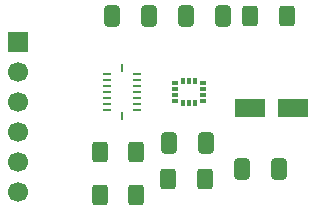
<source format=gbr>
%TF.GenerationSoftware,KiCad,Pcbnew,9.0.6*%
%TF.CreationDate,2026-01-18T05:45:19-03:00*%
%TF.ProjectId,dual IMU_moduleV2,6475616c-2049-44d5-955f-6d6f64756c65,rev?*%
%TF.SameCoordinates,Original*%
%TF.FileFunction,Soldermask,Top*%
%TF.FilePolarity,Negative*%
%FSLAX46Y46*%
G04 Gerber Fmt 4.6, Leading zero omitted, Abs format (unit mm)*
G04 Created by KiCad (PCBNEW 9.0.6) date 2026-01-18 05:45:19*
%MOMM*%
%LPD*%
G01*
G04 APERTURE LIST*
G04 Aperture macros list*
%AMRoundRect*
0 Rectangle with rounded corners*
0 $1 Rounding radius*
0 $2 $3 $4 $5 $6 $7 $8 $9 X,Y pos of 4 corners*
0 Add a 4 corners polygon primitive as box body*
4,1,4,$2,$3,$4,$5,$6,$7,$8,$9,$2,$3,0*
0 Add four circle primitives for the rounded corners*
1,1,$1+$1,$2,$3*
1,1,$1+$1,$4,$5*
1,1,$1+$1,$6,$7*
1,1,$1+$1,$8,$9*
0 Add four rect primitives between the rounded corners*
20,1,$1+$1,$2,$3,$4,$5,0*
20,1,$1+$1,$4,$5,$6,$7,0*
20,1,$1+$1,$6,$7,$8,$9,0*
20,1,$1+$1,$8,$9,$2,$3,0*%
G04 Aperture macros list end*
%ADD10RoundRect,0.250000X-1.050000X-0.550000X1.050000X-0.550000X1.050000X0.550000X-1.050000X0.550000X0*%
%ADD11RoundRect,0.250000X0.400000X0.625000X-0.400000X0.625000X-0.400000X-0.625000X0.400000X-0.625000X0*%
%ADD12RoundRect,0.250000X-0.412500X-0.650000X0.412500X-0.650000X0.412500X0.650000X-0.412500X0.650000X0*%
%ADD13RoundRect,0.250000X-0.400000X-0.625000X0.400000X-0.625000X0.400000X0.625000X-0.400000X0.625000X0*%
%ADD14RoundRect,0.062500X-0.275000X0.062500X-0.275000X-0.062500X0.275000X-0.062500X0.275000X0.062500X0*%
%ADD15RoundRect,0.062500X-0.062500X0.275000X-0.062500X-0.275000X0.062500X-0.275000X0.062500X0.275000X0*%
%ADD16R,1.700000X1.700000*%
%ADD17C,1.700000*%
%ADD18R,0.600000X0.300000*%
%ADD19R,0.300000X0.600000*%
G04 APERTURE END LIST*
D10*
%TO.C,C6*%
X147490000Y-80740000D03*
X151090000Y-80740000D03*
%TD*%
D11*
%TO.C,R3*%
X137860000Y-88100000D03*
X134760000Y-88100000D03*
%TD*%
D12*
%TO.C,C3*%
X140607500Y-83720000D03*
X143732500Y-83720000D03*
%TD*%
D13*
%TO.C,R1*%
X147470000Y-72980000D03*
X150570000Y-72980000D03*
%TD*%
D11*
%TO.C,R4*%
X137860000Y-84500000D03*
X134760000Y-84500000D03*
%TD*%
%TO.C,R2*%
X143650000Y-86790000D03*
X140550000Y-86790000D03*
%TD*%
D14*
%TO.C,U1*%
X137890000Y-77910000D03*
X137890000Y-78410000D03*
X137890000Y-78910000D03*
X137890000Y-79410000D03*
X137890000Y-79910000D03*
X137890000Y-80410000D03*
X137890000Y-80910000D03*
D15*
X136627500Y-81422500D03*
D14*
X135365000Y-80910000D03*
X135365000Y-80410000D03*
X135365000Y-79910000D03*
X135365000Y-79410000D03*
X135365000Y-78910000D03*
X135365000Y-78410000D03*
X135365000Y-77910000D03*
D15*
X136627500Y-77397500D03*
%TD*%
D12*
%TO.C,C4*%
X146787500Y-85910000D03*
X149912500Y-85910000D03*
%TD*%
%TO.C,C1*%
X142057500Y-72960000D03*
X145182500Y-72960000D03*
%TD*%
%TO.C,C2*%
X135757500Y-72960000D03*
X138882500Y-72960000D03*
%TD*%
D16*
%TO.C,J2*%
X127790000Y-75200000D03*
D17*
X127790000Y-77740000D03*
X127790000Y-80280000D03*
X127790000Y-82820000D03*
X127790000Y-85360000D03*
X127790000Y-87900000D03*
%TD*%
D18*
%TO.C,AC1*%
X141150000Y-78650000D03*
X141150000Y-79150000D03*
X141150000Y-79650000D03*
X141150000Y-80150000D03*
D19*
X141800000Y-80300000D03*
X142300000Y-80300000D03*
X142800000Y-80300000D03*
D18*
X143450000Y-80150000D03*
X143450000Y-79650000D03*
X143450000Y-79150000D03*
X143450000Y-78650000D03*
D19*
X142800000Y-78500000D03*
X142300000Y-78500000D03*
X141800000Y-78500000D03*
%TD*%
M02*

</source>
